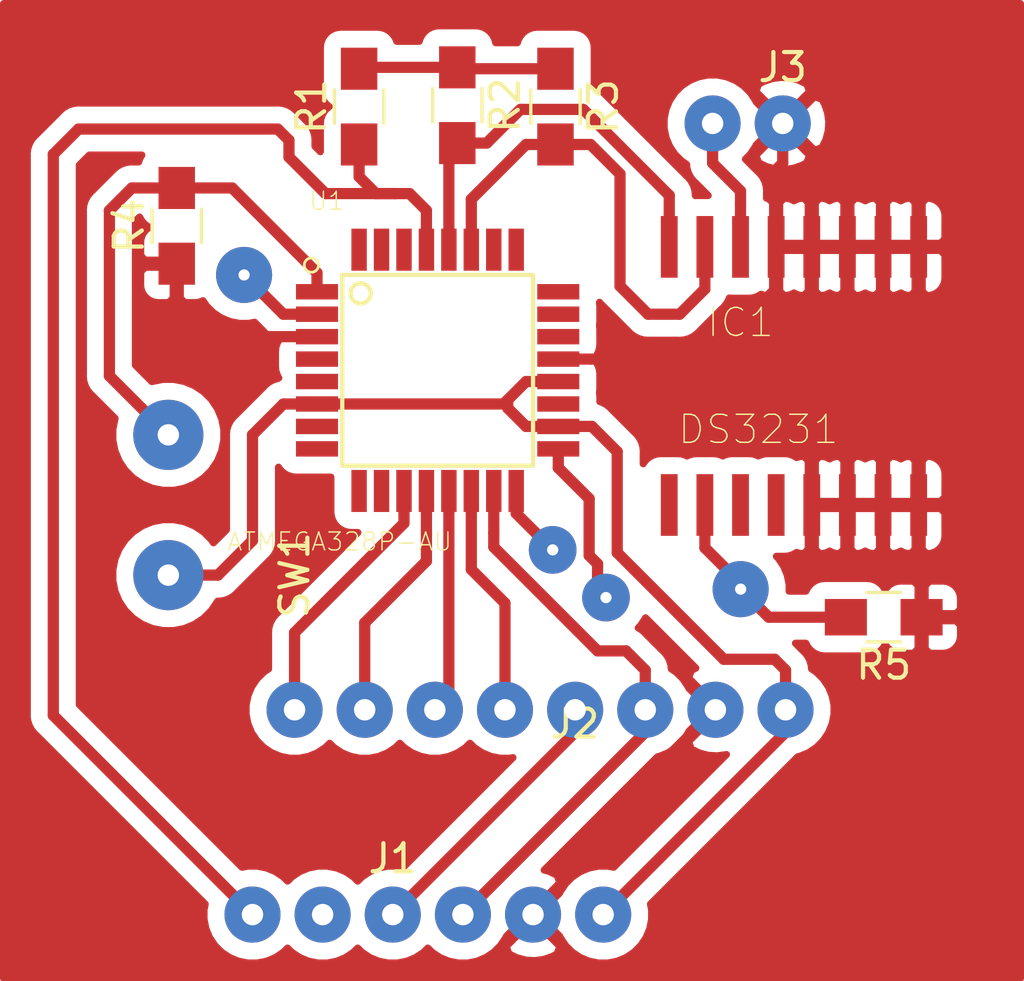
<source format=kicad_pcb>
(kicad_pcb (version 20171130) (host pcbnew 5.1.2-f72e74a~84~ubuntu18.04.1)

  (general
    (thickness 1.6)
    (drawings 0)
    (tracks 123)
    (zones 0)
    (modules 11)
    (nets 32)
  )

  (page A4)
  (layers
    (0 F.Cu signal)
    (31 B.Cu signal)
    (32 B.Adhes user)
    (33 F.Adhes user)
    (34 B.Paste user)
    (35 F.Paste user)
    (36 B.SilkS user)
    (37 F.SilkS user)
    (38 B.Mask user)
    (39 F.Mask user)
    (40 Dwgs.User user)
    (41 Cmts.User user)
    (42 Eco1.User user)
    (43 Eco2.User user)
    (44 Edge.Cuts user)
    (45 Margin user)
    (46 B.CrtYd user)
    (47 F.CrtYd user)
    (48 B.Fab user)
    (49 F.Fab user)
  )

  (setup
    (last_trace_width 0.4)
    (trace_clearance 0.3)
    (zone_clearance 0.6)
    (zone_45_only no)
    (trace_min 0.2)
    (via_size 0.8)
    (via_drill 0.4)
    (via_min_size 0.4)
    (via_min_drill 0.3)
    (uvia_size 0.3)
    (uvia_drill 0.1)
    (uvias_allowed no)
    (uvia_min_size 0.2)
    (uvia_min_drill 0.1)
    (edge_width 0.05)
    (segment_width 0.2)
    (pcb_text_width 0.3)
    (pcb_text_size 1.5 1.5)
    (mod_edge_width 0.12)
    (mod_text_size 1 1)
    (mod_text_width 0.15)
    (pad_size 1.5 1.5)
    (pad_drill 0.762)
    (pad_to_mask_clearance 0.051)
    (solder_mask_min_width 0.25)
    (aux_axis_origin 0 0)
    (visible_elements FFFFFF7F)
    (pcbplotparams
      (layerselection 0x00008_7ffffffe)
      (usegerberextensions false)
      (usegerberattributes false)
      (usegerberadvancedattributes false)
      (creategerberjobfile false)
      (excludeedgelayer true)
      (linewidth 0.100000)
      (plotframeref false)
      (viasonmask false)
      (mode 1)
      (useauxorigin false)
      (hpglpennumber 1)
      (hpglpenspeed 20)
      (hpglpendiameter 15.000000)
      (psnegative false)
      (psa4output false)
      (plotreference true)
      (plotvalue true)
      (plotinvisibletext false)
      (padsonsilk false)
      (subtractmaskfromsilk false)
      (outputformat 5)
      (mirror true)
      (drillshape 0)
      (scaleselection 1)
      (outputdirectory ""))
  )

  (net 0 "")
  (net 1 rtcVcc)
  (net 2 gnd)
  (net 3 "Net-(IC1-Pad1)")
  (net 4 "Net-(IC1-Pad3)")
  (net 5 "Net-(IC1-Pad4)")
  (net 6 "Net-(IC1-Pad14)")
  (net 7 sda)
  (net 8 scl)
  (net 9 d13)
  (net 10 d12)
  (net 11 d11)
  (net 12 d10)
  (net 13 vcc)
  (net 14 busy)
  (net 15 reset)
  (net 16 d.c)
  (net 17 cs)
  (net 18 "Net-(R4-Pad2)")
  (net 19 "Net-(U1-Pad7)")
  (net 20 "Net-(U1-Pad8)")
  (net 21 "Net-(U1-Pad9)")
  (net 22 "Net-(U1-Pad10)")
  (net 23 "Net-(U1-Pad19)")
  (net 24 "Net-(U1-Pad22)")
  (net 25 "Net-(U1-Pad23)")
  (net 26 "Net-(U1-Pad24)")
  (net 27 "Net-(U1-Pad25)")
  (net 28 "Net-(U1-Pad26)")
  (net 29 "Net-(U1-Pad30)")
  (net 30 "Net-(U1-Pad31)")
  (net 31 "Net-(U1-Pad32)")

  (net_class Default "This is the default net class."
    (clearance 0.3)
    (trace_width 0.4)
    (via_dia 0.8)
    (via_drill 0.4)
    (uvia_dia 0.3)
    (uvia_drill 0.1)
    (add_net "Net-(IC1-Pad1)")
    (add_net "Net-(IC1-Pad14)")
    (add_net "Net-(IC1-Pad3)")
    (add_net "Net-(IC1-Pad4)")
    (add_net "Net-(R4-Pad2)")
    (add_net "Net-(U1-Pad10)")
    (add_net "Net-(U1-Pad19)")
    (add_net "Net-(U1-Pad22)")
    (add_net "Net-(U1-Pad23)")
    (add_net "Net-(U1-Pad24)")
    (add_net "Net-(U1-Pad25)")
    (add_net "Net-(U1-Pad26)")
    (add_net "Net-(U1-Pad30)")
    (add_net "Net-(U1-Pad31)")
    (add_net "Net-(U1-Pad32)")
    (add_net "Net-(U1-Pad7)")
    (add_net "Net-(U1-Pad8)")
    (add_net "Net-(U1-Pad9)")
    (add_net busy)
    (add_net cs)
    (add_net d.c)
    (add_net d10)
    (add_net d11)
    (add_net d12)
    (add_net d13)
    (add_net gnd)
    (add_net reset)
    (add_net rtcVcc)
    (add_net scl)
    (add_net sda)
    (add_net vcc)
  )

  (module Resistors_SMD:R_0805_HandSoldering (layer F.Cu) (tedit 58E0A804) (tstamp 5D0B3B95)
    (at 131.5 83 180)
    (descr "Resistor SMD 0805, hand soldering")
    (tags "resistor 0805")
    (path /5D0B45DC)
    (attr smd)
    (fp_text reference R5 (at 0 -1.7) (layer F.SilkS)
      (effects (font (size 1 1) (thickness 0.15)))
    )
    (fp_text value R (at 0 1.75) (layer F.Fab)
      (effects (font (size 1 1) (thickness 0.15)))
    )
    (fp_text user %R (at 0 0) (layer F.Fab)
      (effects (font (size 0.5 0.5) (thickness 0.075)))
    )
    (fp_line (start -1 0.62) (end -1 -0.62) (layer F.Fab) (width 0.1))
    (fp_line (start 1 0.62) (end -1 0.62) (layer F.Fab) (width 0.1))
    (fp_line (start 1 -0.62) (end 1 0.62) (layer F.Fab) (width 0.1))
    (fp_line (start -1 -0.62) (end 1 -0.62) (layer F.Fab) (width 0.1))
    (fp_line (start 0.6 0.88) (end -0.6 0.88) (layer F.SilkS) (width 0.12))
    (fp_line (start -0.6 -0.88) (end 0.6 -0.88) (layer F.SilkS) (width 0.12))
    (fp_line (start -2.35 -0.9) (end 2.35 -0.9) (layer F.CrtYd) (width 0.05))
    (fp_line (start -2.35 -0.9) (end -2.35 0.9) (layer F.CrtYd) (width 0.05))
    (fp_line (start 2.35 0.9) (end 2.35 -0.9) (layer F.CrtYd) (width 0.05))
    (fp_line (start 2.35 0.9) (end -2.35 0.9) (layer F.CrtYd) (width 0.05))
    (pad 1 smd rect (at -1.35 0 180) (size 1.5 1.3) (layers F.Cu F.Paste F.Mask)
      (net 2 gnd))
    (pad 2 smd rect (at 1.35 0 180) (size 1.5 1.3) (layers F.Cu F.Paste F.Mask)
      (net 1 rtcVcc))
    (model ${KISYS3DMOD}/Resistors_SMD.3dshapes/R_0805.wrl
      (at (xyz 0 0 0))
      (scale (xyz 1 1 1))
      (rotate (xyz 0 0 0))
    )
  )

  (module DS3231:SO16W (layer F.Cu) (tedit 0) (tstamp 5D0A0F28)
    (at 128.3 74.4)
    (descr "<b>SMALL OUTLINE INTEGRATED CIRCUIT</b><p>wide body 7.5 mm/JEDEC MS-013AA")
    (path /5D0B67C6)
    (attr smd)
    (fp_text reference IC1 (at -1.90554 -1.90554) (layer F.SilkS)
      (effects (font (size 1.00028 1.00028) (thickness 0.05)))
    )
    (fp_text value DS3231 (at -1.2704 1.90562) (layer F.SilkS)
      (effects (font (size 1.00033 1.00033) (thickness 0.05)))
    )
    (fp_line (start -5.395 -5.9) (end 5.395 -5.9) (layer Eco1.User) (width 0.1998))
    (fp_line (start 5.395 5.9) (end -5.395 5.9) (layer Eco1.User) (width 0.1998))
    (fp_line (start -5.395 5.9) (end -5.395 -5.9) (layer Eco1.User) (width 0.1998))
    (fp_line (start 5.19 3.7) (end -5.19 3.7) (layer Eco2.User) (width 0.2032))
    (fp_line (start -5.19 3.7) (end -5.19 3.2) (layer Eco2.User) (width 0.2032))
    (fp_line (start -5.19 3.2) (end -5.19 -3.7) (layer Eco2.User) (width 0.2032))
    (fp_line (start -5.19 -3.7) (end 5.19 -3.7) (layer Eco2.User) (width 0.2032))
    (fp_line (start 5.19 3.2) (end -5.19 3.2) (layer Eco2.User) (width 0.2032))
    (fp_line (start 5.19 -3.7) (end 5.19 3.2) (layer Eco2.User) (width 0.2032))
    (fp_line (start 5.19 3.2) (end 5.19 3.7) (layer Eco2.User) (width 0.2032))
    (fp_line (start 5.395 -5.9) (end 5.395 5.9) (layer Eco1.User) (width 0.1998))
    (fp_poly (pts (xy -4.69792 3.8001) (xy -4.1999 3.8001) (xy -4.1999 5.32887) (xy -4.69792 5.32887)) (layer Eco2.User) (width 0))
    (fp_poly (pts (xy -3.4211 3.8001) (xy -2.9299 3.8001) (xy -2.9299 5.32155) (xy -3.4211 5.32155)) (layer Eco2.User) (width 0))
    (fp_poly (pts (xy -2.15252 3.8001) (xy -1.6599 3.8001) (xy -1.6599 5.32599) (xy -2.15252 5.32599)) (layer Eco2.User) (width 0))
    (fp_poly (pts (xy -0.881631 3.8001) (xy -0.3899 3.8001) (xy -0.3899 5.32926) (xy -0.881631 5.32926)) (layer Eco2.User) (width 0))
    (fp_poly (pts (xy 0.389942 3.8001) (xy 0.8801 3.8001) (xy 0.8801 5.32057) (xy 0.389942 5.32057)) (layer Eco2.User) (width 0))
    (fp_poly (pts (xy 1.66201 3.8001) (xy 2.1501 3.8001) (xy 2.1501 5.32675) (xy 1.66201 5.32675)) (layer Eco2.User) (width 0))
    (fp_poly (pts (xy 2.93164 3.8001) (xy 3.4201 3.8001) (xy 3.4201 5.32316) (xy 2.93164 5.32316)) (layer Eco2.User) (width 0))
    (fp_poly (pts (xy 4.20405 3.8001) (xy 4.6901 3.8001) (xy 4.6901 5.32525) (xy 4.20405 5.32525)) (layer Eco2.User) (width 0))
    (fp_poly (pts (xy 4.20377 -5.32) (xy 4.6901 -5.32) (xy 4.6901 -3.8036) (xy 4.20377 -3.8036)) (layer Eco2.User) (width 0))
    (fp_poly (pts (xy 2.93419 -5.32) (xy 3.4201 -5.32) (xy 3.4201 -3.80566) (xy 2.93419 -3.80566)) (layer Eco2.User) (width 0))
    (fp_poly (pts (xy 1.66018 -5.32) (xy 2.1501 -5.32) (xy 2.1501 -3.80074) (xy 1.66018 -3.80074)) (layer Eco2.User) (width 0))
    (fp_poly (pts (xy 0.39062 -5.32) (xy 0.8801 -5.32) (xy 0.8801 -3.80712) (xy 0.39062 -3.80712)) (layer Eco2.User) (width 0))
    (fp_poly (pts (xy -0.881736 -5.32) (xy -0.3899 -5.32) (xy -0.3899 -3.80717) (xy -0.881736 -3.80717)) (layer Eco2.User) (width 0))
    (fp_poly (pts (xy -2.15037 -5.32) (xy -1.6599 -5.32) (xy -1.6599 -3.80058) (xy -2.15037 -3.80058)) (layer Eco2.User) (width 0))
    (fp_poly (pts (xy -3.42336 -5.32) (xy -2.9299 -5.32) (xy -2.9299 -3.80372) (xy -3.42336 -3.80372)) (layer Eco2.User) (width 0))
    (fp_poly (pts (xy -4.69487 -5.32) (xy -4.1999 -5.32) (xy -4.1999 -3.80397) (xy -4.69487 -3.80397)) (layer Eco2.User) (width 0))
    (pad 2 smd rect (at -3.175 4.6) (size 0.6 2.2) (layers F.Cu F.Paste F.Mask)
      (net 1 rtcVcc))
    (pad 13 smd rect (at -0.635 -4.6) (size 0.6 2.2) (layers F.Cu F.Paste F.Mask)
      (net 2 gnd))
    (pad 1 smd rect (at -4.445 4.6) (size 0.6 2.2) (layers F.Cu F.Paste F.Mask)
      (net 3 "Net-(IC1-Pad1)"))
    (pad 3 smd rect (at -1.905 4.6) (size 0.6 2.2) (layers F.Cu F.Paste F.Mask)
      (net 4 "Net-(IC1-Pad3)"))
    (pad 4 smd rect (at -0.635 4.6) (size 0.6 2.2) (layers F.Cu F.Paste F.Mask)
      (net 5 "Net-(IC1-Pad4)"))
    (pad 14 smd rect (at -1.905 -4.6) (size 0.6 2.2) (layers F.Cu F.Paste F.Mask)
      (net 6 "Net-(IC1-Pad14)"))
    (pad 12 smd rect (at 0.635 -4.6) (size 0.6 2.2) (layers F.Cu F.Paste F.Mask)
      (net 2 gnd))
    (pad 11 smd rect (at 1.905 -4.6) (size 0.6 2.2) (layers F.Cu F.Paste F.Mask)
      (net 2 gnd))
    (pad 6 smd rect (at 1.905 4.6) (size 0.6 2.2) (layers F.Cu F.Paste F.Mask)
      (net 2 gnd))
    (pad 9 smd rect (at 4.445 -4.6) (size 0.6 2.2) (layers F.Cu F.Paste F.Mask)
      (net 2 gnd))
    (pad 5 smd rect (at 0.635 4.6) (size 0.6 2.2) (layers F.Cu F.Paste F.Mask)
      (net 2 gnd))
    (pad 7 smd rect (at 3.175 4.6) (size 0.6 2.2) (layers F.Cu F.Paste F.Mask)
      (net 2 gnd))
    (pad 10 smd rect (at 3.175 -4.6) (size 0.6 2.2) (layers F.Cu F.Paste F.Mask)
      (net 2 gnd))
    (pad 8 smd rect (at 4.445 4.6) (size 0.6 2.2) (layers F.Cu F.Paste F.Mask)
      (net 2 gnd))
    (pad 15 smd rect (at -3.175 -4.6) (size 0.6 2.2) (layers F.Cu F.Paste F.Mask)
      (net 7 sda))
    (pad 16 smd rect (at -4.445 -4.6) (size 0.6 2.2) (layers F.Cu F.Paste F.Mask)
      (net 8 scl))
  )

  (module millk:conn6 (layer F.Cu) (tedit 5CB1B36A) (tstamp 5D0A0F32)
    (at 114 91.1)
    (path /5D0B0103)
    (fp_text reference J1 (at 0 0.5) (layer F.SilkS)
      (effects (font (size 1 1) (thickness 0.15)))
    )
    (fp_text value Conn_01x06_Female (at 0 -0.5) (layer F.Fab)
      (effects (font (size 1 1) (thickness 0.15)))
    )
    (pad 1 thru_hole circle (at -5 2.5) (size 2 2) (drill 0.762) (layers *.Cu *.Mask)
      (net 12 d10))
    (pad 2 thru_hole circle (at -2.5 2.5) (size 2 2) (drill 0.762) (layers *.Cu *.Mask)
      (net 10 d12))
    (pad 3 thru_hole circle (at 0 2.5) (size 2 2) (drill 0.762) (layers *.Cu *.Mask)
      (net 9 d13))
    (pad 4 thru_hole circle (at 2.5 2.5) (size 2 2) (drill 0.762) (layers *.Cu *.Mask)
      (net 11 d11))
    (pad 5 thru_hole circle (at 5 2.5) (size 2 2) (drill 0.762) (layers *.Cu *.Mask)
      (net 2 gnd))
    (pad 6 thru_hole circle (at 7.5 2.5) (size 2 2) (drill 0.762) (layers *.Cu *.Mask)
      (net 13 vcc))
  )

  (module millk:conn8 (layer F.Cu) (tedit 5CCA7A49) (tstamp 5D0A0F3E)
    (at 120.5 86.3)
    (path /5D0C8B70)
    (fp_text reference J2 (at 0 0.5) (layer F.SilkS)
      (effects (font (size 1 1) (thickness 0.15)))
    )
    (fp_text value Conn_01x08_Female (at 0 -0.5) (layer F.Fab)
      (effects (font (size 1 1) (thickness 0.15)))
    )
    (pad 1 thru_hole circle (at -10 0) (size 2 2) (drill 0.762) (layers *.Cu *.Mask)
      (net 14 busy))
    (pad 2 thru_hole circle (at -7.5 0) (size 2 2) (drill 0.762) (layers *.Cu *.Mask)
      (net 15 reset))
    (pad 3 thru_hole circle (at -5 0) (size 2 2) (drill 0.762) (layers *.Cu *.Mask)
      (net 16 d.c))
    (pad 4 thru_hole circle (at -2.5 0) (size 2 2) (drill 0.762) (layers *.Cu *.Mask)
      (net 17 cs))
    (pad 5 thru_hole circle (at 0 0) (size 2 2) (drill 0.762) (layers *.Cu *.Mask)
      (net 9 d13))
    (pad 6 thru_hole circle (at 2.5 0) (size 2 2) (drill 0.762) (layers *.Cu *.Mask)
      (net 11 d11))
    (pad 7 thru_hole circle (at 5 0) (size 2 2) (drill 0.762) (layers *.Cu *.Mask)
      (net 2 gnd))
    (pad 8 thru_hole circle (at 7.5 0) (size 2 2) (drill 0.762) (layers *.Cu *.Mask)
      (net 13 vcc))
  )

  (module millk:Conn2 (layer F.Cu) (tedit 5CB1B342) (tstamp 5D0A0F44)
    (at 127.9 62.9)
    (path /5D0C031C)
    (fp_text reference J3 (at 0 0.5) (layer F.SilkS)
      (effects (font (size 1 1) (thickness 0.15)))
    )
    (fp_text value Conn_01x02_Female (at 0 -0.5) (layer F.Fab)
      (effects (font (size 1 1) (thickness 0.15)))
    )
    (pad 1 thru_hole circle (at -2.5 2.5) (size 2 2) (drill 0.762) (layers *.Cu *.Mask)
      (net 6 "Net-(IC1-Pad14)"))
    (pad 2 thru_hole circle (at 0 2.5) (size 2 2) (drill 0.762) (layers *.Cu *.Mask)
      (net 2 gnd))
  )

  (module Resistors_SMD:R_0805_HandSoldering (layer F.Cu) (tedit 58E0A804) (tstamp 5D0A0F55)
    (at 112.8 64.8 90)
    (descr "Resistor SMD 0805, hand soldering")
    (tags "resistor 0805")
    (path /5D0B1F7E)
    (attr smd)
    (fp_text reference R1 (at 0 -1.7 90) (layer F.SilkS)
      (effects (font (size 1 1) (thickness 0.15)))
    )
    (fp_text value R (at 0 1.75 90) (layer F.Fab)
      (effects (font (size 1 1) (thickness 0.15)))
    )
    (fp_line (start 2.35 0.9) (end -2.35 0.9) (layer F.CrtYd) (width 0.05))
    (fp_line (start 2.35 0.9) (end 2.35 -0.9) (layer F.CrtYd) (width 0.05))
    (fp_line (start -2.35 -0.9) (end -2.35 0.9) (layer F.CrtYd) (width 0.05))
    (fp_line (start -2.35 -0.9) (end 2.35 -0.9) (layer F.CrtYd) (width 0.05))
    (fp_line (start -0.6 -0.88) (end 0.6 -0.88) (layer F.SilkS) (width 0.12))
    (fp_line (start 0.6 0.88) (end -0.6 0.88) (layer F.SilkS) (width 0.12))
    (fp_line (start -1 -0.62) (end 1 -0.62) (layer F.Fab) (width 0.1))
    (fp_line (start 1 -0.62) (end 1 0.62) (layer F.Fab) (width 0.1))
    (fp_line (start 1 0.62) (end -1 0.62) (layer F.Fab) (width 0.1))
    (fp_line (start -1 0.62) (end -1 -0.62) (layer F.Fab) (width 0.1))
    (fp_text user %R (at 0 0 90) (layer F.Fab)
      (effects (font (size 0.5 0.5) (thickness 0.075)))
    )
    (pad 2 smd rect (at 1.35 0 90) (size 1.5 1.3) (layers F.Cu F.Paste F.Mask)
      (net 13 vcc))
    (pad 1 smd rect (at -1.35 0 90) (size 1.5 1.3) (layers F.Cu F.Paste F.Mask)
      (net 12 d10))
    (model ${KISYS3DMOD}/Resistors_SMD.3dshapes/R_0805.wrl
      (at (xyz 0 0 0))
      (scale (xyz 1 1 1))
      (rotate (xyz 0 0 0))
    )
  )

  (module Resistors_SMD:R_0805_HandSoldering (layer F.Cu) (tedit 58E0A804) (tstamp 5D0A0F66)
    (at 116.3 64.75 270)
    (descr "Resistor SMD 0805, hand soldering")
    (tags "resistor 0805")
    (path /5D0C4E5A)
    (attr smd)
    (fp_text reference R2 (at 0 -1.7 90) (layer F.SilkS)
      (effects (font (size 1 1) (thickness 0.15)))
    )
    (fp_text value R (at 0 1.75 90) (layer F.Fab)
      (effects (font (size 1 1) (thickness 0.15)))
    )
    (fp_line (start 2.35 0.9) (end -2.35 0.9) (layer F.CrtYd) (width 0.05))
    (fp_line (start 2.35 0.9) (end 2.35 -0.9) (layer F.CrtYd) (width 0.05))
    (fp_line (start -2.35 -0.9) (end -2.35 0.9) (layer F.CrtYd) (width 0.05))
    (fp_line (start -2.35 -0.9) (end 2.35 -0.9) (layer F.CrtYd) (width 0.05))
    (fp_line (start -0.6 -0.88) (end 0.6 -0.88) (layer F.SilkS) (width 0.12))
    (fp_line (start 0.6 0.88) (end -0.6 0.88) (layer F.SilkS) (width 0.12))
    (fp_line (start -1 -0.62) (end 1 -0.62) (layer F.Fab) (width 0.1))
    (fp_line (start 1 -0.62) (end 1 0.62) (layer F.Fab) (width 0.1))
    (fp_line (start 1 0.62) (end -1 0.62) (layer F.Fab) (width 0.1))
    (fp_line (start -1 0.62) (end -1 -0.62) (layer F.Fab) (width 0.1))
    (fp_text user %R (at 0 0 90) (layer F.Fab)
      (effects (font (size 0.5 0.5) (thickness 0.075)))
    )
    (pad 2 smd rect (at 1.35 0 270) (size 1.5 1.3) (layers F.Cu F.Paste F.Mask)
      (net 8 scl))
    (pad 1 smd rect (at -1.35 0 270) (size 1.5 1.3) (layers F.Cu F.Paste F.Mask)
      (net 13 vcc))
    (model ${KISYS3DMOD}/Resistors_SMD.3dshapes/R_0805.wrl
      (at (xyz 0 0 0))
      (scale (xyz 1 1 1))
      (rotate (xyz 0 0 0))
    )
  )

  (module Resistors_SMD:R_0805_HandSoldering (layer F.Cu) (tedit 58E0A804) (tstamp 5D0A0F77)
    (at 119.8 64.8 270)
    (descr "Resistor SMD 0805, hand soldering")
    (tags "resistor 0805")
    (path /5D0C6C43)
    (attr smd)
    (fp_text reference R3 (at 0 -1.7 90) (layer F.SilkS)
      (effects (font (size 1 1) (thickness 0.15)))
    )
    (fp_text value R (at 0 1.75 90) (layer F.Fab)
      (effects (font (size 1 1) (thickness 0.15)))
    )
    (fp_text user %R (at 0 0 90) (layer F.Fab)
      (effects (font (size 0.5 0.5) (thickness 0.075)))
    )
    (fp_line (start -1 0.62) (end -1 -0.62) (layer F.Fab) (width 0.1))
    (fp_line (start 1 0.62) (end -1 0.62) (layer F.Fab) (width 0.1))
    (fp_line (start 1 -0.62) (end 1 0.62) (layer F.Fab) (width 0.1))
    (fp_line (start -1 -0.62) (end 1 -0.62) (layer F.Fab) (width 0.1))
    (fp_line (start 0.6 0.88) (end -0.6 0.88) (layer F.SilkS) (width 0.12))
    (fp_line (start -0.6 -0.88) (end 0.6 -0.88) (layer F.SilkS) (width 0.12))
    (fp_line (start -2.35 -0.9) (end 2.35 -0.9) (layer F.CrtYd) (width 0.05))
    (fp_line (start -2.35 -0.9) (end -2.35 0.9) (layer F.CrtYd) (width 0.05))
    (fp_line (start 2.35 0.9) (end 2.35 -0.9) (layer F.CrtYd) (width 0.05))
    (fp_line (start 2.35 0.9) (end -2.35 0.9) (layer F.CrtYd) (width 0.05))
    (pad 1 smd rect (at -1.35 0 270) (size 1.5 1.3) (layers F.Cu F.Paste F.Mask)
      (net 13 vcc))
    (pad 2 smd rect (at 1.35 0 270) (size 1.5 1.3) (layers F.Cu F.Paste F.Mask)
      (net 7 sda))
    (model ${KISYS3DMOD}/Resistors_SMD.3dshapes/R_0805.wrl
      (at (xyz 0 0 0))
      (scale (xyz 1 1 1))
      (rotate (xyz 0 0 0))
    )
  )

  (module Resistors_SMD:R_0805_HandSoldering (layer F.Cu) (tedit 58E0A804) (tstamp 5D0A0F88)
    (at 106.3 69.05 90)
    (descr "Resistor SMD 0805, hand soldering")
    (tags "resistor 0805")
    (path /5D0B3EB3)
    (attr smd)
    (fp_text reference R4 (at 0 -1.7 90) (layer F.SilkS)
      (effects (font (size 1 1) (thickness 0.15)))
    )
    (fp_text value R (at 0 1.75 90) (layer F.Fab)
      (effects (font (size 1 1) (thickness 0.15)))
    )
    (fp_text user %R (at 0 0 90) (layer F.Fab)
      (effects (font (size 0.5 0.5) (thickness 0.075)))
    )
    (fp_line (start -1 0.62) (end -1 -0.62) (layer F.Fab) (width 0.1))
    (fp_line (start 1 0.62) (end -1 0.62) (layer F.Fab) (width 0.1))
    (fp_line (start 1 -0.62) (end 1 0.62) (layer F.Fab) (width 0.1))
    (fp_line (start -1 -0.62) (end 1 -0.62) (layer F.Fab) (width 0.1))
    (fp_line (start 0.6 0.88) (end -0.6 0.88) (layer F.SilkS) (width 0.12))
    (fp_line (start -0.6 -0.88) (end 0.6 -0.88) (layer F.SilkS) (width 0.12))
    (fp_line (start -2.35 -0.9) (end 2.35 -0.9) (layer F.CrtYd) (width 0.05))
    (fp_line (start -2.35 -0.9) (end -2.35 0.9) (layer F.CrtYd) (width 0.05))
    (fp_line (start 2.35 0.9) (end 2.35 -0.9) (layer F.CrtYd) (width 0.05))
    (fp_line (start 2.35 0.9) (end -2.35 0.9) (layer F.CrtYd) (width 0.05))
    (pad 1 smd rect (at -1.35 0 90) (size 1.5 1.3) (layers F.Cu F.Paste F.Mask)
      (net 2 gnd))
    (pad 2 smd rect (at 1.35 0 90) (size 1.5 1.3) (layers F.Cu F.Paste F.Mask)
      (net 18 "Net-(R4-Pad2)"))
    (model ${KISYS3DMOD}/Resistors_SMD.3dshapes/R_0805.wrl
      (at (xyz 0 0 0))
      (scale (xyz 1 1 1))
      (rotate (xyz 0 0 0))
    )
  )

  (module millk:pushbutton_2pin (layer F.Cu) (tedit 5CCA8BA0) (tstamp 5D0A0F8E)
    (at 111 81.5 270)
    (path /5D0B32AA)
    (fp_text reference SW1 (at 0 0.5 90) (layer F.SilkS)
      (effects (font (size 1 1) (thickness 0.15)))
    )
    (fp_text value SW_Push (at 0 -0.5 90) (layer F.Fab)
      (effects (font (size 1 1) (thickness 0.15)))
    )
    (pad 1 thru_hole circle (at -5 5 270) (size 2.5 2.5) (drill 0.762) (layers *.Cu *.Mask)
      (net 18 "Net-(R4-Pad2)"))
    (pad 2 thru_hole circle (at 0 5 270) (size 2.5 2.5) (drill 0.762) (layers *.Cu *.Mask)
      (net 13 vcc))
  )

  (module ATMEGA328P-AU:QFP80P900X900X120-32N (layer F.Cu) (tedit 0) (tstamp 5D0A0FDC)
    (at 115.6 74.2)
    (path /5CE4FCE5)
    (attr smd)
    (fp_text reference U1 (at -3.95063 -6.03807) (layer F.SilkS)
      (effects (font (size 0.641239 0.641239) (thickness 0.05)))
    )
    (fp_text value ATMEGA328P-AU (at -3.49304 6.10787) (layer F.SilkS)
      (effects (font (size 0.640449 0.640449) (thickness 0.05)))
    )
    (fp_line (start 3.4 -3.4) (end 3.4 3.4) (layer F.SilkS) (width 0.1524))
    (fp_line (start 3.4 3.4) (end -3.4 3.4) (layer F.SilkS) (width 0.1524))
    (fp_line (start -3.4 3.4) (end -3.4 -3.4) (layer F.SilkS) (width 0.1524))
    (fp_line (start -3.4 -3.4) (end 3.4 -3.4) (layer F.SilkS) (width 0.1524))
    (fp_circle (center -2.7432 -2.7432) (end -2.384 -2.7432) (layer F.SilkS) (width 0.1524))
    (fp_poly (pts (xy -4.49693 -3.0286) (xy -3.506 -3.0286) (xy -3.506 -2.57159) (xy -4.49693 -2.57159)) (layer Eco2.User) (width 0))
    (fp_poly (pts (xy -4.50498 -2.2286) (xy -3.506 -2.2286) (xy -3.506 -1.7747) (xy -4.50498 -1.7747)) (layer Eco2.User) (width 0))
    (fp_poly (pts (xy -4.50009 -1.4286) (xy -3.506 -1.4286) (xy -3.506 -0.972155) (xy -4.50009 -0.972155)) (layer Eco2.User) (width 0))
    (fp_poly (pts (xy -4.50037 -0.6286) (xy -3.506 -0.6286) (xy -3.506 -0.171544) (xy -4.50037 -0.171544)) (layer Eco2.User) (width 0))
    (fp_poly (pts (xy -4.50257 0.1714) (xy -3.506 0.1714) (xy -3.506 0.629434) (xy -4.50257 0.629434)) (layer Eco2.User) (width 0))
    (fp_poly (pts (xy -4.50187 0.9714) (xy -3.506 0.9714) (xy -3.506 1.43028) (xy -4.50187 1.43028)) (layer Eco2.User) (width 0))
    (fp_poly (pts (xy -4.50138 1.7714) (xy -3.506 1.7714) (xy -3.506 2.23097) (xy -4.50138 2.23097)) (layer Eco2.User) (width 0))
    (fp_poly (pts (xy -4.50128 2.5714) (xy -3.506 2.5714) (xy -3.506 3.03175) (xy -4.50128 3.03175)) (layer Eco2.User) (width 0))
    (fp_poly (pts (xy -3.03458 3.506) (xy -2.5714 3.506) (xy -2.5714 4.50548) (xy -3.03458 4.50548)) (layer Eco2.User) (width 0))
    (fp_poly (pts (xy -2.23046 3.506) (xy -1.7714 3.506) (xy -1.7714 4.50035) (xy -2.23046 4.50035)) (layer Eco2.User) (width 0))
    (fp_poly (pts (xy -1.43093 3.506) (xy -0.9714 3.506) (xy -0.9714 4.50394) (xy -1.43093 4.50394)) (layer Eco2.User) (width 0))
    (fp_poly (pts (xy -0.628773 3.506) (xy -0.1714 3.506) (xy -0.1714 4.49784) (xy -0.628773 4.49784)) (layer Eco2.User) (width 0))
    (fp_poly (pts (xy 0.1716 3.506) (xy 0.6286 3.506) (xy 0.6286 4.50184) (xy 0.1716 4.50184)) (layer Eco2.User) (width 0))
    (fp_poly (pts (xy 0.971784 3.506) (xy 1.4286 3.506) (xy 1.4286 4.49838) (xy 0.971784 4.49838)) (layer Eco2.User) (width 0))
    (fp_poly (pts (xy 1.77432 3.506) (xy 2.2286 3.506) (xy 2.2286 4.50401) (xy 1.77432 4.50401)) (layer Eco2.User) (width 0))
    (fp_poly (pts (xy 2.57515 3.506) (xy 3.0286 3.506) (xy 3.0286 4.50315) (xy 2.57515 4.50315)) (layer Eco2.User) (width 0))
    (fp_poly (pts (xy 3.50671 2.5714) (xy 4.4966 2.5714) (xy 4.4966 3.02921) (xy 3.50671 3.02921)) (layer Eco2.User) (width 0))
    (fp_poly (pts (xy 3.51287 1.7714) (xy 4.4966 1.7714) (xy 4.4966 2.23297) (xy 3.51287 2.23297)) (layer Eco2.User) (width 0))
    (fp_poly (pts (xy 3.51128 0.9714) (xy 4.4966 0.9714) (xy 4.4966 1.43075) (xy 3.51128 1.43075)) (layer Eco2.User) (width 0))
    (fp_poly (pts (xy 3.50926 0.1714) (xy 4.4966 0.1714) (xy 4.4966 0.629184) (xy 3.50926 0.629184)) (layer Eco2.User) (width 0))
    (fp_poly (pts (xy 3.50885 -0.6286) (xy 4.4966 -0.6286) (xy 4.4966 -0.171539) (xy 3.50885 -0.171539)) (layer Eco2.User) (width 0))
    (fp_poly (pts (xy 3.51123 -1.4286) (xy 4.4966 -1.4286) (xy 4.4966 -0.972848) (xy 3.51123 -0.972848)) (layer Eco2.User) (width 0))
    (fp_poly (pts (xy 3.51065 -2.2286) (xy 4.4966 -2.2286) (xy 4.4966 -1.77375) (xy 3.51065 -1.77375)) (layer Eco2.User) (width 0))
    (fp_poly (pts (xy 3.51144 -3.0286) (xy 4.4966 -3.0286) (xy 4.4966 -2.57539) (xy 3.51144 -2.57539)) (layer Eco2.User) (width 0))
    (fp_poly (pts (xy 2.57642 -4.4966) (xy 3.0286 -4.4966) (xy 3.0286 -3.51285) (xy 2.57642 -3.51285)) (layer Eco2.User) (width 0))
    (fp_poly (pts (xy 1.77408 -4.4966) (xy 2.2286 -4.4966) (xy 2.2286 -3.51131) (xy 1.77408 -3.51131)) (layer Eco2.User) (width 0))
    (fp_poly (pts (xy 0.972197 -4.4966) (xy 1.4286 -4.4966) (xy 1.4286 -3.50888) (xy 0.972197 -3.50888)) (layer Eco2.User) (width 0))
    (fp_poly (pts (xy 0.171405 -4.4966) (xy 0.6286 -4.4966) (xy 0.6286 -3.50611) (xy 0.171405 -3.50611)) (layer Eco2.User) (width 0))
    (fp_poly (pts (xy -0.629818 -4.4966) (xy -0.1714 -4.4966) (xy -0.1714 -3.51279) (xy -0.629818 -3.51279)) (layer Eco2.User) (width 0))
    (fp_poly (pts (xy -1.42952 -4.4966) (xy -0.9714 -4.4966) (xy -0.9714 -3.50827) (xy -1.42952 -3.50827)) (layer Eco2.User) (width 0))
    (fp_poly (pts (xy -2.23255 -4.4966) (xy -1.7714 -4.4966) (xy -1.7714 -3.51222) (xy -2.23255 -3.51222)) (layer Eco2.User) (width 0))
    (fp_poly (pts (xy -3.0316 -4.4966) (xy -2.5714 -4.4966) (xy -2.5714 -3.50947) (xy -3.0316 -3.50947)) (layer Eco2.User) (width 0))
    (fp_line (start -5.5 5.5) (end 5.5 5.5) (layer Eco1.User) (width 0.05))
    (fp_line (start 5.5 5.5) (end 5.5 -5.5) (layer Eco1.User) (width 0.05))
    (fp_line (start 5.5 -5.5) (end -5.5 -5.5) (layer Eco1.User) (width 0.05))
    (fp_line (start -5.5 -5.5) (end -5.5 5.5) (layer Eco1.User) (width 0.05))
    (fp_circle (center -4.5 -3.75) (end -4.246 -3.75) (layer F.SilkS) (width 0.1))
    (pad 1 smd rect (at -4.3 -2.8) (size 1.5 0.55) (layers F.Cu F.Paste F.Mask)
      (net 18 "Net-(R4-Pad2)"))
    (pad 2 smd rect (at -4.3 -2) (size 1.5 0.55) (layers F.Cu F.Paste F.Mask)
      (net 1 rtcVcc))
    (pad 3 smd rect (at -4.3 -1.2) (size 1.5 0.55) (layers F.Cu F.Paste F.Mask)
      (net 2 gnd))
    (pad 4 smd rect (at -4.3 -0.4) (size 1.5 0.55) (layers F.Cu F.Paste F.Mask)
      (net 13 vcc))
    (pad 5 smd rect (at -4.3 0.4) (size 1.5 0.55) (layers F.Cu F.Paste F.Mask)
      (net 2 gnd))
    (pad 6 smd rect (at -4.3 1.2) (size 1.5 0.55) (layers F.Cu F.Paste F.Mask)
      (net 13 vcc))
    (pad 7 smd rect (at -4.3 2) (size 1.5 0.55) (layers F.Cu F.Paste F.Mask)
      (net 19 "Net-(U1-Pad7)"))
    (pad 8 smd rect (at -4.3 2.8) (size 1.5 0.55) (layers F.Cu F.Paste F.Mask)
      (net 20 "Net-(U1-Pad8)"))
    (pad 9 smd rect (at -2.8 4.3) (size 0.55 1.5) (layers F.Cu F.Paste F.Mask)
      (net 21 "Net-(U1-Pad9)"))
    (pad 10 smd rect (at -2 4.3) (size 0.55 1.5) (layers F.Cu F.Paste F.Mask)
      (net 22 "Net-(U1-Pad10)"))
    (pad 11 smd rect (at -1.2 4.3) (size 0.55 1.5) (layers F.Cu F.Paste F.Mask)
      (net 14 busy))
    (pad 12 smd rect (at -0.4 4.3) (size 0.55 1.5) (layers F.Cu F.Paste F.Mask)
      (net 15 reset))
    (pad 13 smd rect (at 0.4 4.3) (size 0.55 1.5) (layers F.Cu F.Paste F.Mask)
      (net 16 d.c))
    (pad 14 smd rect (at 1.2 4.3) (size 0.55 1.5) (layers F.Cu F.Paste F.Mask)
      (net 17 cs))
    (pad 15 smd rect (at 2 4.3) (size 0.55 1.5) (layers F.Cu F.Paste F.Mask)
      (net 11 d11))
    (pad 16 smd rect (at 2.8 4.3) (size 0.55 1.5) (layers F.Cu F.Paste F.Mask)
      (net 10 d12))
    (pad 17 smd rect (at 4.3 2.8) (size 1.5 0.55) (layers F.Cu F.Paste F.Mask)
      (net 9 d13))
    (pad 18 smd rect (at 4.3 2) (size 1.5 0.55) (layers F.Cu F.Paste F.Mask)
      (net 13 vcc))
    (pad 19 smd rect (at 4.3 1.2) (size 1.5 0.55) (layers F.Cu F.Paste F.Mask)
      (net 23 "Net-(U1-Pad19)"))
    (pad 20 smd rect (at 4.3 0.4) (size 1.5 0.55) (layers F.Cu F.Paste F.Mask)
      (net 13 vcc))
    (pad 21 smd rect (at 4.3 -0.4) (size 1.5 0.55) (layers F.Cu F.Paste F.Mask)
      (net 2 gnd))
    (pad 22 smd rect (at 4.3 -1.2) (size 1.5 0.55) (layers F.Cu F.Paste F.Mask)
      (net 24 "Net-(U1-Pad22)"))
    (pad 23 smd rect (at 4.3 -2) (size 1.5 0.55) (layers F.Cu F.Paste F.Mask)
      (net 25 "Net-(U1-Pad23)"))
    (pad 24 smd rect (at 4.3 -2.8) (size 1.5 0.55) (layers F.Cu F.Paste F.Mask)
      (net 26 "Net-(U1-Pad24)"))
    (pad 25 smd rect (at 2.8 -4.3) (size 0.55 1.5) (layers F.Cu F.Paste F.Mask)
      (net 27 "Net-(U1-Pad25)"))
    (pad 26 smd rect (at 2 -4.3) (size 0.55 1.5) (layers F.Cu F.Paste F.Mask)
      (net 28 "Net-(U1-Pad26)"))
    (pad 27 smd rect (at 1.2 -4.3) (size 0.55 1.5) (layers F.Cu F.Paste F.Mask)
      (net 7 sda))
    (pad 28 smd rect (at 0.4 -4.3) (size 0.55 1.5) (layers F.Cu F.Paste F.Mask)
      (net 8 scl))
    (pad 29 smd rect (at -0.4 -4.3) (size 0.55 1.5) (layers F.Cu F.Paste F.Mask)
      (net 12 d10))
    (pad 30 smd rect (at -1.2 -4.3) (size 0.55 1.5) (layers F.Cu F.Paste F.Mask)
      (net 29 "Net-(U1-Pad30)"))
    (pad 31 smd rect (at -2 -4.3) (size 0.55 1.5) (layers F.Cu F.Paste F.Mask)
      (net 30 "Net-(U1-Pad31)"))
    (pad 32 smd rect (at -2.8 -4.3) (size 0.55 1.5) (layers F.Cu F.Paste F.Mask)
      (net 31 "Net-(U1-Pad32)"))
  )

  (via (at 108.7 70.8) (size 2) (drill 0.4) (layers F.Cu B.Cu) (net 1))
  (via (at 126.4 82) (size 2) (drill 0.4) (layers F.Cu B.Cu) (net 1))
  (segment (start 125.125 80.525) (end 126.4 81.8) (width 0.4) (layer F.Cu) (net 1))
  (segment (start 125.125 79) (end 125.125 80.525) (width 0.4) (layer F.Cu) (net 1))
  (segment (start 110.1 72.2) (end 108.7 70.8) (width 0.4) (layer F.Cu) (net 1))
  (segment (start 111.3 72.2) (end 110.1 72.2) (width 0.4) (layer F.Cu) (net 1))
  (segment (start 127.399999 82.999999) (end 126.4 82) (width 0.4) (layer F.Cu) (net 1))
  (segment (start 130.15 83) (end 127.399999 82.999999) (width 0.4) (layer F.Cu) (net 1))
  (segment (start 127.665 67.049213) (end 127.665 69.8) (width 0.4) (layer F.Cu) (net 2))
  (segment (start 127.9 65.4) (end 127.9 66.814213) (width 0.4) (layer F.Cu) (net 2))
  (segment (start 127.9 66.814213) (end 127.665 67.049213) (width 0.4) (layer F.Cu) (net 2))
  (segment (start 128.935 69.8) (end 128.935 71.3) (width 0.4) (layer F.Cu) (net 2))
  (segment (start 125.165 73.8) (end 121.05 73.8) (width 0.4) (layer F.Cu) (net 2))
  (segment (start 127.665 71.3) (end 125.165 73.8) (width 0.4) (layer F.Cu) (net 2))
  (segment (start 121.05 73.8) (end 119.9 73.8) (width 0.4) (layer F.Cu) (net 2))
  (segment (start 127.665 69.8) (end 127.665 71.3) (width 0.4) (layer F.Cu) (net 2))
  (segment (start 119.999999 92.600001) (end 119 93.6) (width 0.4) (layer F.Cu) (net 2))
  (segment (start 119.999999 91.800001) (end 119.999999 92.600001) (width 0.4) (layer F.Cu) (net 2))
  (segment (start 125.5 86.3) (end 119.999999 91.800001) (width 0.4) (layer F.Cu) (net 2))
  (segment (start 119.875001 73.824999) (end 119.9 73.8) (width 0.4) (layer F.Cu) (net 2))
  (segment (start 108.4 74) (end 106.3 71.9) (width 0.4) (layer F.Cu) (net 2))
  (segment (start 111.3 73) (end 109.4 73) (width 0.4) (layer F.Cu) (net 2))
  (segment (start 106.3 71.9) (end 106.3 70.4) (width 0.4) (layer F.Cu) (net 2))
  (segment (start 109.4 73) (end 108.4 74) (width 0.4) (layer F.Cu) (net 2))
  (segment (start 126.395 68.3) (end 126.395 69.8) (width 0.4) (layer F.Cu) (net 6))
  (segment (start 125.4 66.814213) (end 126.395 67.809213) (width 0.4) (layer F.Cu) (net 6))
  (segment (start 126.395 67.809213) (end 126.395 68.3) (width 0.4) (layer F.Cu) (net 6))
  (segment (start 125.4 65.4) (end 125.4 66.814213) (width 0.4) (layer F.Cu) (net 6))
  (segment (start 118.75 66.15) (end 119.8 66.15) (width 0.4) (layer F.Cu) (net 7))
  (segment (start 116.8 68.1) (end 118.75 66.15) (width 0.4) (layer F.Cu) (net 7))
  (segment (start 116.8 69.9) (end 116.8 68.1) (width 0.4) (layer F.Cu) (net 7))
  (segment (start 125.125 71.3) (end 124.225 72.2) (width 0.4) (layer F.Cu) (net 7))
  (segment (start 125.125 69.8) (end 125.125 71.3) (width 0.4) (layer F.Cu) (net 7))
  (segment (start 124.225 72.2) (end 123.1 72.2) (width 0.4) (layer F.Cu) (net 7))
  (segment (start 123.1 72.2) (end 122.1 71.2) (width 0.4) (layer F.Cu) (net 7))
  (segment (start 122.1 71.2) (end 122.1 67.2) (width 0.4) (layer F.Cu) (net 7))
  (segment (start 121.05 66.15) (end 119.8 66.15) (width 0.4) (layer F.Cu) (net 7))
  (segment (start 122.1 67.2) (end 121.05 66.15) (width 0.4) (layer F.Cu) (net 7))
  (segment (start 116 66.4) (end 116 69.9) (width 0.4) (layer F.Cu) (net 8))
  (segment (start 116.3 66.1) (end 116 66.4) (width 0.4) (layer F.Cu) (net 8))
  (segment (start 118.550001 64.899999) (end 117.35 66.1) (width 0.4) (layer F.Cu) (net 8))
  (segment (start 120.789961 64.899999) (end 118.550001 64.899999) (width 0.4) (layer F.Cu) (net 8))
  (segment (start 117.35 66.1) (end 116.3 66.1) (width 0.4) (layer F.Cu) (net 8))
  (segment (start 123.855 67.965038) (end 120.789961 64.899999) (width 0.4) (layer F.Cu) (net 8))
  (segment (start 123.855 69.8) (end 123.855 67.965038) (width 0.4) (layer F.Cu) (net 8))
  (via (at 121.6 82.3) (size 1.7) (drill 0.4) (layers F.Cu B.Cu) (net 9))
  (segment (start 120.5 87.1) (end 120.5 86.3) (width 0.4) (layer F.Cu) (net 9))
  (segment (start 114 93.6) (end 120.5 87.1) (width 0.4) (layer F.Cu) (net 9))
  (segment (start 121.3 81.1) (end 121.3 82) (width 0.4) (layer F.Cu) (net 9))
  (segment (start 121 80.8) (end 121.3 81.1) (width 0.4) (layer F.Cu) (net 9))
  (segment (start 121.3 82) (end 121.6 82.3) (width 0.4) (layer F.Cu) (net 9))
  (segment (start 121 78.775) (end 121 80.8) (width 0.4) (layer F.Cu) (net 9))
  (segment (start 119.9 77.675) (end 121 78.775) (width 0.4) (layer F.Cu) (net 9))
  (segment (start 119.9 77) (end 119.9 77.675) (width 0.4) (layer F.Cu) (net 9))
  (via (at 119.7 80.6) (size 1.7) (drill 0.4) (layers F.Cu B.Cu) (net 10))
  (segment (start 118.4 79.3) (end 119.7 80.6) (width 0.4) (layer F.Cu) (net 10))
  (segment (start 118.4 78.5) (end 118.4 79.3) (width 0.4) (layer F.Cu) (net 10))
  (segment (start 123 87.1) (end 123 86.3) (width 0.4) (layer F.Cu) (net 11))
  (segment (start 116.5 93.6) (end 123 87.1) (width 0.4) (layer F.Cu) (net 11))
  (segment (start 123 84.885787) (end 122.314213 84.2) (width 0.4) (layer F.Cu) (net 11))
  (segment (start 123 86.3) (end 123 84.885787) (width 0.4) (layer F.Cu) (net 11))
  (segment (start 122.314213 84.2) (end 121.3 84.2) (width 0.4) (layer F.Cu) (net 11))
  (segment (start 121.3 84.2) (end 117.6 80.5) (width 0.4) (layer F.Cu) (net 11))
  (segment (start 117.6 78.5) (end 117.6 80) (width 0.4) (layer F.Cu) (net 11))
  (segment (start 117.6 80.5) (end 117.6 80) (width 0.4) (layer F.Cu) (net 11))
  (segment (start 110.3 66.6) (end 111.6 67.9) (width 0.4) (layer F.Cu) (net 12))
  (segment (start 115.2 68.5) (end 115.2 69.9) (width 0.4) (layer F.Cu) (net 12))
  (segment (start 114.6 67.9) (end 115.2 68.5) (width 0.4) (layer F.Cu) (net 12))
  (segment (start 109.9 65.6) (end 110.3 66) (width 0.4) (layer F.Cu) (net 12))
  (segment (start 110.3 66) (end 110.3 66.6) (width 0.4) (layer F.Cu) (net 12))
  (segment (start 102.8 65.6) (end 109.9 65.6) (width 0.4) (layer F.Cu) (net 12))
  (segment (start 109 93.6) (end 101.9 86.5) (width 0.4) (layer F.Cu) (net 12))
  (segment (start 101.9 86.5) (end 101.9 66.5) (width 0.4) (layer F.Cu) (net 12))
  (segment (start 101.9 66.5) (end 102.8 65.6) (width 0.4) (layer F.Cu) (net 12))
  (segment (start 113.4 67.9) (end 114.1 67.9) (width 0.4) (layer F.Cu) (net 12))
  (segment (start 112.8 67.3) (end 113.4 67.9) (width 0.4) (layer F.Cu) (net 12))
  (segment (start 112.8 66.15) (end 112.8 67.3) (width 0.4) (layer F.Cu) (net 12))
  (segment (start 111.6 67.9) (end 114.1 67.9) (width 0.4) (layer F.Cu) (net 12))
  (segment (start 114.1 67.9) (end 114.6 67.9) (width 0.4) (layer F.Cu) (net 12))
  (segment (start 110.15 75.4) (end 111.3 75.4) (width 0.4) (layer F.Cu) (net 13))
  (segment (start 116.35 63.45) (end 116.3 63.4) (width 0.4) (layer F.Cu) (net 13))
  (segment (start 119.8 63.45) (end 116.35 63.45) (width 0.4) (layer F.Cu) (net 13))
  (segment (start 118.75 74.6) (end 118.1 75.25) (width 0.4) (layer F.Cu) (net 13))
  (segment (start 119.9 74.6) (end 118.75 74.6) (width 0.4) (layer F.Cu) (net 13))
  (segment (start 118.1 75.55) (end 118.75 76.2) (width 0.4) (layer F.Cu) (net 13))
  (segment (start 118.75 76.2) (end 119.9 76.2) (width 0.4) (layer F.Cu) (net 13))
  (segment (start 118.1 75.25) (end 118.1 75.55) (width 0.4) (layer F.Cu) (net 13))
  (segment (start 128 87.1) (end 128 86.3) (width 0.4) (layer F.Cu) (net 13))
  (segment (start 121.5 93.6) (end 128 87.1) (width 0.4) (layer F.Cu) (net 13))
  (segment (start 117.95 75.4) (end 118.1 75.25) (width 0.4) (layer F.Cu) (net 13))
  (segment (start 111.3 75.4) (end 117.95 75.4) (width 0.4) (layer F.Cu) (net 13))
  (segment (start 128 84.885787) (end 127.614213 84.5) (width 0.4) (layer F.Cu) (net 13))
  (segment (start 122 77.1) (end 121.1 76.2) (width 0.4) (layer F.Cu) (net 13))
  (segment (start 128 86.3) (end 128 84.885787) (width 0.4) (layer F.Cu) (net 13))
  (segment (start 121.1 76.2) (end 119.9 76.2) (width 0.4) (layer F.Cu) (net 13))
  (segment (start 127.614213 84.5) (end 125.8 84.5) (width 0.4) (layer F.Cu) (net 13))
  (segment (start 125.8 84.5) (end 122 80.7) (width 0.4) (layer F.Cu) (net 13))
  (segment (start 122 80.7) (end 122 77.1) (width 0.4) (layer F.Cu) (net 13))
  (segment (start 112.85 63.4) (end 112.8 63.45) (width 0.4) (layer F.Cu) (net 13))
  (segment (start 116.3 63.4) (end 112.85 63.4) (width 0.4) (layer F.Cu) (net 13))
  (segment (start 107.767766 81.5) (end 109 80.267766) (width 0.4) (layer F.Cu) (net 13))
  (segment (start 106 81.5) (end 107.767766 81.5) (width 0.4) (layer F.Cu) (net 13))
  (segment (start 109 80.267766) (end 109 76.5) (width 0.4) (layer F.Cu) (net 13))
  (segment (start 110.1 75.4) (end 110.15 75.4) (width 0.4) (layer F.Cu) (net 13))
  (segment (start 109 76.5) (end 110.1 75.4) (width 0.4) (layer F.Cu) (net 13))
  (segment (start 110.5 83.55) (end 110.5 86.3) (width 0.4) (layer F.Cu) (net 14))
  (segment (start 114.4 78.5) (end 114.4 79.65) (width 0.4) (layer F.Cu) (net 14))
  (segment (start 114.4 79.65) (end 110.5 83.55) (width 0.4) (layer F.Cu) (net 14))
  (segment (start 115.2 78.5) (end 115.2 81) (width 0.4) (layer F.Cu) (net 15))
  (segment (start 113 83.2) (end 113 86.3) (width 0.4) (layer F.Cu) (net 15))
  (segment (start 115.2 81) (end 113 83.2) (width 0.4) (layer F.Cu) (net 15))
  (segment (start 116 85.8) (end 115.5 86.3) (width 0.4) (layer F.Cu) (net 16))
  (segment (start 116 78.5) (end 116 85.8) (width 0.4) (layer F.Cu) (net 16))
  (segment (start 116.8 78.5) (end 116.8 81.3) (width 0.4) (layer F.Cu) (net 17))
  (segment (start 118 82.5) (end 118 86.3) (width 0.4) (layer F.Cu) (net 17))
  (segment (start 116.8 81.3) (end 118 82.5) (width 0.4) (layer F.Cu) (net 17))
  (segment (start 111.3 70.725) (end 111.3 71.4) (width 0.4) (layer F.Cu) (net 18))
  (segment (start 108.275 67.7) (end 111.3 70.725) (width 0.4) (layer F.Cu) (net 18))
  (segment (start 106.3 67.7) (end 108.275 67.7) (width 0.4) (layer F.Cu) (net 18))
  (segment (start 103.9 74.4) (end 106 76.5) (width 0.4) (layer F.Cu) (net 18))
  (segment (start 106.3 67.7) (end 104.7 67.7) (width 0.4) (layer F.Cu) (net 18))
  (segment (start 103.9 68.5) (end 103.9 74.4) (width 0.4) (layer F.Cu) (net 18))
  (segment (start 104.7 67.7) (end 103.9 68.5) (width 0.4) (layer F.Cu) (net 18))

  (zone (net 2) (net_name gnd) (layer F.Cu) (tstamp 5D119D7F) (hatch edge 0.508)
    (connect_pads (clearance 0.6))
    (min_thickness 0.254)
    (fill yes (arc_segments 32) (thermal_gap 0.508) (thermal_bridge_width 0.508))
    (polygon
      (pts
        (xy 100 62) (xy 100 96) (xy 136.5 96) (xy 136.5 61) (xy 100 61)
      )
    )
    (filled_polygon
      (pts
        (xy 136.373 95.873) (xy 100.127 95.873) (xy 100.127 66.5) (xy 100.968516 66.5) (xy 100.973001 66.545537)
        (xy 100.973 86.454473) (xy 100.968516 86.5) (xy 100.973 86.545527) (xy 100.973 86.545537) (xy 100.986413 86.681723)
        (xy 101.023429 86.803747) (xy 101.03942 86.856463) (xy 101.125499 87.017505) (xy 101.193202 87.100001) (xy 101.241341 87.158659)
        (xy 101.276713 87.187688) (xy 107.313803 93.224778) (xy 107.273 93.429905) (xy 107.273 93.770095) (xy 107.339368 94.103747)
        (xy 107.469553 94.418041) (xy 107.658552 94.700898) (xy 107.899102 94.941448) (xy 108.181959 95.130447) (xy 108.496253 95.260632)
        (xy 108.829905 95.327) (xy 109.170095 95.327) (xy 109.503747 95.260632) (xy 109.818041 95.130447) (xy 110.100898 94.941448)
        (xy 110.25 94.792346) (xy 110.399102 94.941448) (xy 110.681959 95.130447) (xy 110.996253 95.260632) (xy 111.329905 95.327)
        (xy 111.670095 95.327) (xy 112.003747 95.260632) (xy 112.318041 95.130447) (xy 112.600898 94.941448) (xy 112.75 94.792346)
        (xy 112.899102 94.941448) (xy 113.181959 95.130447) (xy 113.496253 95.260632) (xy 113.829905 95.327) (xy 114.170095 95.327)
        (xy 114.503747 95.260632) (xy 114.818041 95.130447) (xy 115.100898 94.941448) (xy 115.25 94.792346) (xy 115.399102 94.941448)
        (xy 115.681959 95.130447) (xy 115.996253 95.260632) (xy 116.329905 95.327) (xy 116.670095 95.327) (xy 117.003747 95.260632)
        (xy 117.318041 95.130447) (xy 117.600898 94.941448) (xy 117.806933 94.735413) (xy 118.044192 94.735413) (xy 118.139956 94.999814)
        (xy 118.429571 95.140704) (xy 118.741108 95.222384) (xy 119.062595 95.241718) (xy 119.381675 95.197961) (xy 119.686088 95.092795)
        (xy 119.860044 94.999814) (xy 119.955808 94.735413) (xy 119 93.779605) (xy 118.044192 94.735413) (xy 117.806933 94.735413)
        (xy 117.841448 94.700898) (xy 118.030447 94.418041) (xy 118.050312 94.370083) (xy 118.820395 93.6) (xy 118.806253 93.585858)
        (xy 118.985858 93.406253) (xy 119 93.420395) (xy 119.955808 92.464587) (xy 119.860044 92.200186) (xy 119.570429 92.059296)
        (xy 119.397119 92.013857) (xy 123.437084 87.973892) (xy 123.503747 87.960632) (xy 123.818041 87.830447) (xy 124.100898 87.641448)
        (xy 124.341448 87.400898) (xy 124.530447 87.118041) (xy 124.550312 87.070083) (xy 125.320395 86.3) (xy 124.550312 85.529917)
        (xy 124.530447 85.481959) (xy 124.341448 85.199102) (xy 124.100898 84.958552) (xy 123.927221 84.842505) (xy 123.927 84.840259)
        (xy 123.927 84.840249) (xy 123.913587 84.704063) (xy 123.86058 84.529323) (xy 123.781686 84.381724) (xy 123.774501 84.368281)
        (xy 123.687688 84.262499) (xy 123.687684 84.262495) (xy 123.658659 84.227128) (xy 123.623292 84.198103) (xy 123.0019 83.576712)
        (xy 122.972872 83.541341) (xy 122.831718 83.425499) (xy 122.748954 83.381261) (xy 122.824936 83.305279) (xy 122.997519 83.046989)
        (xy 123.008794 83.019769) (xy 124.802389 84.813364) (xy 124.639956 84.900186) (xy 124.544192 85.164587) (xy 125.5 86.120395)
        (xy 125.514143 86.106253) (xy 125.693748 86.285858) (xy 125.679605 86.3) (xy 125.693748 86.314143) (xy 125.514143 86.493748)
        (xy 125.5 86.479605) (xy 124.544192 87.435413) (xy 124.639956 87.699814) (xy 124.929571 87.840704) (xy 125.241108 87.922384)
        (xy 125.562595 87.941718) (xy 125.881675 87.897961) (xy 125.896018 87.893006) (xy 121.875222 91.913803) (xy 121.670095 91.873)
        (xy 121.329905 91.873) (xy 120.996253 91.939368) (xy 120.681959 92.069553) (xy 120.399102 92.258552) (xy 120.158552 92.499102)
        (xy 119.969553 92.781959) (xy 119.949688 92.829917) (xy 119.179605 93.6) (xy 119.949688 94.370083) (xy 119.969553 94.418041)
        (xy 120.158552 94.700898) (xy 120.399102 94.941448) (xy 120.681959 95.130447) (xy 120.996253 95.260632) (xy 121.329905 95.327)
        (xy 121.670095 95.327) (xy 122.003747 95.260632) (xy 122.318041 95.130447) (xy 122.600898 94.941448) (xy 122.841448 94.700898)
        (xy 123.030447 94.418041) (xy 123.160632 94.103747) (xy 123.227 93.770095) (xy 123.227 93.429905) (xy 123.186197 93.224778)
        (xy 128.437084 87.973892) (xy 128.503747 87.960632) (xy 128.818041 87.830447) (xy 129.100898 87.641448) (xy 129.341448 87.400898)
        (xy 129.530447 87.118041) (xy 129.660632 86.803747) (xy 129.727 86.470095) (xy 129.727 86.129905) (xy 129.660632 85.796253)
        (xy 129.530447 85.481959) (xy 129.341448 85.199102) (xy 129.100898 84.958552) (xy 128.927221 84.842505) (xy 128.927 84.840259)
        (xy 128.927 84.840249) (xy 128.913587 84.704063) (xy 128.86058 84.529323) (xy 128.774501 84.368282) (xy 128.658659 84.227128)
        (xy 128.623287 84.198099) (xy 128.352187 83.926999) (xy 128.724314 83.926999) (xy 128.72509 83.929557) (xy 128.792597 84.055853)
        (xy 128.883446 84.166554) (xy 128.994147 84.257403) (xy 129.120443 84.32491) (xy 129.257483 84.36648) (xy 129.4 84.380517)
        (xy 130.9 84.380517) (xy 131.042517 84.36648) (xy 131.179557 84.32491) (xy 131.305853 84.257403) (xy 131.416554 84.166554)
        (xy 131.507403 84.055853) (xy 131.552159 83.972121) (xy 131.569463 84.004494) (xy 131.648815 84.101185) (xy 131.745506 84.180537)
        (xy 131.85582 84.239502) (xy 131.975518 84.275812) (xy 132.1 84.288072) (xy 132.56425 84.285) (xy 132.723 84.12625)
        (xy 132.723 83.127) (xy 132.977 83.127) (xy 132.977 84.12625) (xy 133.13575 84.285) (xy 133.6 84.288072)
        (xy 133.724482 84.275812) (xy 133.84418 84.239502) (xy 133.954494 84.180537) (xy 134.051185 84.101185) (xy 134.130537 84.004494)
        (xy 134.189502 83.89418) (xy 134.225812 83.774482) (xy 134.238072 83.65) (xy 134.235 83.28575) (xy 134.07625 83.127)
        (xy 132.977 83.127) (xy 132.723 83.127) (xy 132.703 83.127) (xy 132.703 82.873) (xy 132.723 82.873)
        (xy 132.723 81.87375) (xy 132.977 81.87375) (xy 132.977 82.873) (xy 134.07625 82.873) (xy 134.235 82.71425)
        (xy 134.238072 82.35) (xy 134.225812 82.225518) (xy 134.189502 82.10582) (xy 134.130537 81.995506) (xy 134.051185 81.898815)
        (xy 133.954494 81.819463) (xy 133.84418 81.760498) (xy 133.724482 81.724188) (xy 133.6 81.711928) (xy 133.13575 81.715)
        (xy 132.977 81.87375) (xy 132.723 81.87375) (xy 132.56425 81.715) (xy 132.1 81.711928) (xy 131.975518 81.724188)
        (xy 131.85582 81.760498) (xy 131.745506 81.819463) (xy 131.648815 81.898815) (xy 131.569463 81.995506) (xy 131.552159 82.027879)
        (xy 131.507403 81.944147) (xy 131.416554 81.833446) (xy 131.305853 81.742597) (xy 131.179557 81.67509) (xy 131.042517 81.63352)
        (xy 130.9 81.619483) (xy 129.4 81.619483) (xy 129.257483 81.63352) (xy 129.120443 81.67509) (xy 128.994147 81.742597)
        (xy 128.883446 81.833446) (xy 128.792597 81.944147) (xy 128.72509 82.070443) (xy 128.724314 82.073) (xy 128.127 82.073)
        (xy 128.127 81.829905) (xy 128.060632 81.496253) (xy 127.930447 81.181959) (xy 127.741448 80.899102) (xy 127.672863 80.830517)
        (xy 127.965 80.830517) (xy 128.107517 80.81648) (xy 128.244557 80.77491) (xy 128.370853 80.707403) (xy 128.392168 80.689911)
        (xy 128.510518 80.725812) (xy 128.635 80.738072) (xy 128.64925 80.735) (xy 128.808 80.57625) (xy 128.808 79.127)
        (xy 129.062 79.127) (xy 129.062 80.57625) (xy 129.22075 80.735) (xy 129.235 80.738072) (xy 129.359482 80.725812)
        (xy 129.47918 80.689502) (xy 129.57 80.640957) (xy 129.66082 80.689502) (xy 129.780518 80.725812) (xy 129.905 80.738072)
        (xy 129.91925 80.735) (xy 130.078 80.57625) (xy 130.078 79.127) (xy 130.332 79.127) (xy 130.332 80.57625)
        (xy 130.49075 80.735) (xy 130.505 80.738072) (xy 130.629482 80.725812) (xy 130.74918 80.689502) (xy 130.84 80.640957)
        (xy 130.93082 80.689502) (xy 131.050518 80.725812) (xy 131.175 80.738072) (xy 131.18925 80.735) (xy 131.348 80.57625)
        (xy 131.348 79.127) (xy 131.602 79.127) (xy 131.602 80.57625) (xy 131.76075 80.735) (xy 131.775 80.738072)
        (xy 131.899482 80.725812) (xy 132.01918 80.689502) (xy 132.11 80.640957) (xy 132.20082 80.689502) (xy 132.320518 80.725812)
        (xy 132.445 80.738072) (xy 132.45925 80.735) (xy 132.618 80.57625) (xy 132.618 79.127) (xy 132.872 79.127)
        (xy 132.872 80.57625) (xy 133.03075 80.735) (xy 133.045 80.738072) (xy 133.169482 80.725812) (xy 133.28918 80.689502)
        (xy 133.399494 80.630537) (xy 133.496185 80.551185) (xy 133.575537 80.454494) (xy 133.634502 80.34418) (xy 133.670812 80.224482)
        (xy 133.683072 80.1) (xy 133.68 79.28575) (xy 133.52125 79.127) (xy 132.872 79.127) (xy 132.618 79.127)
        (xy 131.602 79.127) (xy 131.348 79.127) (xy 130.332 79.127) (xy 130.078 79.127) (xy 129.062 79.127)
        (xy 128.808 79.127) (xy 128.788 79.127) (xy 128.788 78.873) (xy 128.808 78.873) (xy 128.808 77.42375)
        (xy 129.062 77.42375) (xy 129.062 78.873) (xy 130.078 78.873) (xy 130.078 77.42375) (xy 130.332 77.42375)
        (xy 130.332 78.873) (xy 131.348 78.873) (xy 131.348 77.42375) (xy 131.602 77.42375) (xy 131.602 78.873)
        (xy 132.618 78.873) (xy 132.618 77.42375) (xy 132.872 77.42375) (xy 132.872 78.873) (xy 133.52125 78.873)
        (xy 133.68 78.71425) (xy 133.683072 77.9) (xy 133.670812 77.775518) (xy 133.634502 77.65582) (xy 133.575537 77.545506)
        (xy 133.496185 77.448815) (xy 133.399494 77.369463) (xy 133.28918 77.310498) (xy 133.169482 77.274188) (xy 133.045 77.261928)
        (xy 133.03075 77.265) (xy 132.872 77.42375) (xy 132.618 77.42375) (xy 132.45925 77.265) (xy 132.445 77.261928)
        (xy 132.320518 77.274188) (xy 132.20082 77.310498) (xy 132.11 77.359043) (xy 132.01918 77.310498) (xy 131.899482 77.274188)
        (xy 131.775 77.261928) (xy 131.76075 77.265) (xy 131.602 77.42375) (xy 131.348 77.42375) (xy 131.18925 77.265)
        (xy 131.175 77.261928) (xy 131.050518 77.274188) (xy 130.93082 77.310498) (xy 130.84 77.359043) (xy 130.74918 77.310498)
        (xy 130.629482 77.274188) (xy 130.505 77.261928) (xy 130.49075 77.265) (xy 130.332 77.42375) (xy 130.078 77.42375)
        (xy 129.91925 77.265) (xy 129.905 77.261928) (xy 129.780518 77.274188) (xy 129.66082 77.310498) (xy 129.57 77.359043)
        (xy 129.47918 77.310498) (xy 129.359482 77.274188) (xy 129.235 77.261928) (xy 129.22075 77.265) (xy 129.062 77.42375)
        (xy 128.808 77.42375) (xy 128.64925 77.265) (xy 128.635 77.261928) (xy 128.510518 77.274188) (xy 128.392168 77.310089)
        (xy 128.370853 77.292597) (xy 128.244557 77.22509) (xy 128.107517 77.18352) (xy 127.965 77.169483) (xy 127.365 77.169483)
        (xy 127.222483 77.18352) (xy 127.085443 77.22509) (xy 127.03 77.254725) (xy 126.974557 77.22509) (xy 126.837517 77.18352)
        (xy 126.695 77.169483) (xy 126.095 77.169483) (xy 125.952483 77.18352) (xy 125.815443 77.22509) (xy 125.76 77.254725)
        (xy 125.704557 77.22509) (xy 125.567517 77.18352) (xy 125.425 77.169483) (xy 124.825 77.169483) (xy 124.682483 77.18352)
        (xy 124.545443 77.22509) (xy 124.49 77.254725) (xy 124.434557 77.22509) (xy 124.297517 77.18352) (xy 124.155 77.169483)
        (xy 123.555 77.169483) (xy 123.412483 77.18352) (xy 123.275443 77.22509) (xy 123.149147 77.292597) (xy 123.038446 77.383446)
        (xy 122.947597 77.494147) (xy 122.927 77.532681) (xy 122.927 77.145526) (xy 122.931484 77.099999) (xy 122.927 77.054472)
        (xy 122.927 77.054462) (xy 122.913587 76.918276) (xy 122.86058 76.743536) (xy 122.793221 76.617517) (xy 122.774501 76.582494)
        (xy 122.687688 76.476712) (xy 122.687684 76.476708) (xy 122.658659 76.441341) (xy 122.623292 76.412316) (xy 121.787687 75.576712)
        (xy 121.758659 75.541341) (xy 121.617505 75.425499) (xy 121.456464 75.33942) (xy 121.380517 75.316382) (xy 121.380517 75.125)
        (xy 121.368205 75) (xy 121.380517 74.875) (xy 121.380517 74.325) (xy 121.36648 74.182483) (xy 121.32491 74.045443)
        (xy 121.257403 73.919147) (xy 121.166554 73.808446) (xy 121.156262 73.8) (xy 121.166554 73.791554) (xy 121.257403 73.680853)
        (xy 121.32491 73.554557) (xy 121.36648 73.417517) (xy 121.380517 73.275) (xy 121.380517 72.725) (xy 121.368205 72.6)
        (xy 121.380517 72.475) (xy 121.380517 71.925) (xy 121.368205 71.8) (xy 121.370884 71.772806) (xy 121.378825 71.782483)
        (xy 121.441341 71.858659) (xy 121.476713 71.887688) (xy 122.412316 72.823292) (xy 122.441341 72.858659) (xy 122.476708 72.887684)
        (xy 122.476712 72.887688) (xy 122.582495 72.974502) (xy 122.721404 73.04875) (xy 122.743536 73.06058) (xy 122.918276 73.113587)
        (xy 123.054462 73.127) (xy 123.054473 73.127) (xy 123.1 73.131484) (xy 123.145527 73.127) (xy 124.179473 73.127)
        (xy 124.225 73.131484) (xy 124.270527 73.127) (xy 124.270538 73.127) (xy 124.406724 73.113587) (xy 124.581464 73.06058)
        (xy 124.742505 72.974501) (xy 124.883659 72.858659) (xy 124.912688 72.823287) (xy 125.748292 71.987684) (xy 125.783659 71.958659)
        (xy 125.812684 71.923292) (xy 125.812688 71.923288) (xy 125.899501 71.817506) (xy 125.941195 71.739502) (xy 125.98558 71.656464)
        (xy 125.996397 71.620805) (xy 126.095 71.630517) (xy 126.695 71.630517) (xy 126.837517 71.61648) (xy 126.974557 71.57491)
        (xy 127.100853 71.507403) (xy 127.122168 71.489911) (xy 127.240518 71.525812) (xy 127.365 71.538072) (xy 127.37925 71.535)
        (xy 127.538 71.37625) (xy 127.538 69.927) (xy 127.792 69.927) (xy 127.792 71.37625) (xy 127.95075 71.535)
        (xy 127.965 71.538072) (xy 128.089482 71.525812) (xy 128.20918 71.489502) (xy 128.3 71.440957) (xy 128.39082 71.489502)
        (xy 128.510518 71.525812) (xy 128.635 71.538072) (xy 128.64925 71.535) (xy 128.808 71.37625) (xy 128.808 69.927)
        (xy 129.062 69.927) (xy 129.062 71.37625) (xy 129.22075 71.535) (xy 129.235 71.538072) (xy 129.359482 71.525812)
        (xy 129.47918 71.489502) (xy 129.57 71.440957) (xy 129.66082 71.489502) (xy 129.780518 71.525812) (xy 129.905 71.538072)
        (xy 129.91925 71.535) (xy 130.078 71.37625) (xy 130.078 69.927) (xy 130.332 69.927) (xy 130.332 71.37625)
        (xy 130.49075 71.535) (xy 130.505 71.538072) (xy 130.629482 71.525812) (xy 130.74918 71.489502) (xy 130.84 71.440957)
        (xy 130.93082 71.489502) (xy 131.050518 71.525812) (xy 131.175 71.538072) (xy 131.18925 71.535) (xy 131.348 71.37625)
        (xy 131.348 69.927) (xy 131.602 69.927) (xy 131.602 71.37625) (xy 131.76075 71.535) (xy 131.775 71.538072)
        (xy 131.899482 71.525812) (xy 132.01918 71.489502) (xy 132.11 71.440957) (xy 132.20082 71.489502) (xy 132.320518 71.525812)
        (xy 132.445 71.538072) (xy 132.45925 71.535) (xy 132.618 71.37625) (xy 132.618 69.927) (xy 132.872 69.927)
        (xy 132.872 71.37625) (xy 133.03075 71.535) (xy 133.045 71.538072) (xy 133.169482 71.525812) (xy 133.28918 71.489502)
        (xy 133.399494 71.430537) (xy 133.496185 71.351185) (xy 133.575537 71.254494) (xy 133.634502 71.14418) (xy 133.670812 71.024482)
        (xy 133.683072 70.9) (xy 133.68 70.08575) (xy 133.52125 69.927) (xy 132.872 69.927) (xy 132.618 69.927)
        (xy 131.602 69.927) (xy 131.348 69.927) (xy 130.332 69.927) (xy 130.078 69.927) (xy 129.062 69.927)
        (xy 128.808 69.927) (xy 127.792 69.927) (xy 127.538 69.927) (xy 127.518 69.927) (xy 127.518 69.673)
        (xy 127.538 69.673) (xy 127.538 68.22375) (xy 127.792 68.22375) (xy 127.792 69.673) (xy 128.808 69.673)
        (xy 128.808 68.22375) (xy 129.062 68.22375) (xy 129.062 69.673) (xy 130.078 69.673) (xy 130.078 68.22375)
        (xy 130.332 68.22375) (xy 130.332 69.673) (xy 131.348 69.673) (xy 131.348 68.22375) (xy 131.602 68.22375)
        (xy 131.602 69.673) (xy 132.618 69.673) (xy 132.618 68.22375) (xy 132.872 68.22375) (xy 132.872 69.673)
        (xy 133.52125 69.673) (xy 133.68 69.51425) (xy 133.683072 68.7) (xy 133.670812 68.575518) (xy 133.634502 68.45582)
        (xy 133.575537 68.345506) (xy 133.496185 68.248815) (xy 133.399494 68.169463) (xy 133.28918 68.110498) (xy 133.169482 68.074188)
        (xy 133.045 68.061928) (xy 133.03075 68.065) (xy 132.872 68.22375) (xy 132.618 68.22375) (xy 132.45925 68.065)
        (xy 132.445 68.061928) (xy 132.320518 68.074188) (xy 132.20082 68.110498) (xy 132.11 68.159043) (xy 132.01918 68.110498)
        (xy 131.899482 68.074188) (xy 131.775 68.061928) (xy 131.76075 68.065) (xy 131.602 68.22375) (xy 131.348 68.22375)
        (xy 131.18925 68.065) (xy 131.175 68.061928) (xy 131.050518 68.074188) (xy 130.93082 68.110498) (xy 130.84 68.159043)
        (xy 130.74918 68.110498) (xy 130.629482 68.074188) (xy 130.505 68.061928) (xy 130.49075 68.065) (xy 130.332 68.22375)
        (xy 130.078 68.22375) (xy 129.91925 68.065) (xy 129.905 68.061928) (xy 129.780518 68.074188) (xy 129.66082 68.110498)
        (xy 129.57 68.159043) (xy 129.47918 68.110498) (xy 129.359482 68.074188) (xy 129.235 68.061928) (xy 129.22075 68.065)
        (xy 129.062 68.22375) (xy 128.808 68.22375) (xy 128.64925 68.065) (xy 128.635 68.061928) (xy 128.510518 68.074188)
        (xy 128.39082 68.110498) (xy 128.3 68.159043) (xy 128.20918 68.110498) (xy 128.089482 68.074188) (xy 127.965 68.061928)
        (xy 127.95075 68.065) (xy 127.792 68.22375) (xy 127.538 68.22375) (xy 127.37925 68.065) (xy 127.365 68.061928)
        (xy 127.322 68.066163) (xy 127.322 67.854737) (xy 127.326484 67.809212) (xy 127.322 67.763687) (xy 127.322 67.763675)
        (xy 127.308587 67.627489) (xy 127.25558 67.452749) (xy 127.198274 67.345538) (xy 127.169501 67.291707) (xy 127.082687 67.185924)
        (xy 127.082684 67.185921) (xy 127.053659 67.150554) (xy 127.018293 67.12153) (xy 126.569554 66.672792) (xy 126.706933 66.535413)
        (xy 126.944192 66.535413) (xy 127.039956 66.799814) (xy 127.329571 66.940704) (xy 127.641108 67.022384) (xy 127.962595 67.041718)
        (xy 128.281675 66.997961) (xy 128.586088 66.892795) (xy 128.760044 66.799814) (xy 128.855808 66.535413) (xy 127.9 65.579605)
        (xy 126.944192 66.535413) (xy 126.706933 66.535413) (xy 126.741448 66.500898) (xy 126.930447 66.218041) (xy 126.950312 66.170083)
        (xy 127.720395 65.4) (xy 128.079605 65.4) (xy 129.035413 66.355808) (xy 129.299814 66.260044) (xy 129.440704 65.970429)
        (xy 129.522384 65.658892) (xy 129.541718 65.337405) (xy 129.497961 65.018325) (xy 129.392795 64.713912) (xy 129.299814 64.539956)
        (xy 129.035413 64.444192) (xy 128.079605 65.4) (xy 127.720395 65.4) (xy 126.950312 64.629917) (xy 126.930447 64.581959)
        (xy 126.741448 64.299102) (xy 126.706933 64.264587) (xy 126.944192 64.264587) (xy 127.9 65.220395) (xy 128.855808 64.264587)
        (xy 128.760044 64.000186) (xy 128.470429 63.859296) (xy 128.158892 63.777616) (xy 127.837405 63.758282) (xy 127.518325 63.802039)
        (xy 127.213912 63.907205) (xy 127.039956 64.000186) (xy 126.944192 64.264587) (xy 126.706933 64.264587) (xy 126.500898 64.058552)
        (xy 126.218041 63.869553) (xy 125.903747 63.739368) (xy 125.570095 63.673) (xy 125.229905 63.673) (xy 124.896253 63.739368)
        (xy 124.581959 63.869553) (xy 124.299102 64.058552) (xy 124.058552 64.299102) (xy 123.869553 64.581959) (xy 123.739368 64.896253)
        (xy 123.673 65.229905) (xy 123.673 65.570095) (xy 123.739368 65.903747) (xy 123.869553 66.218041) (xy 124.058552 66.500898)
        (xy 124.299102 66.741448) (xy 124.472779 66.857495) (xy 124.473001 66.85975) (xy 124.473001 66.859751) (xy 124.486414 66.995937)
        (xy 124.500187 67.041341) (xy 124.53942 67.170676) (xy 124.625499 67.331718) (xy 124.712312 67.4375) (xy 124.712317 67.437505)
        (xy 124.741342 67.472872) (xy 124.776708 67.501896) (xy 125.244294 67.969483) (xy 124.825 67.969483) (xy 124.785665 67.973357)
        (xy 124.786484 67.965038) (xy 124.782 67.919511) (xy 124.782 67.9195) (xy 124.768587 67.783314) (xy 124.71558 67.608574)
        (xy 124.703735 67.586413) (xy 124.629502 67.447532) (xy 124.542688 67.34175) (xy 124.542684 67.341746) (xy 124.513659 67.306379)
        (xy 124.478292 67.277354) (xy 121.477649 64.276712) (xy 121.44862 64.24134) (xy 121.307466 64.125498) (xy 121.180517 64.057642)
        (xy 121.180517 62.7) (xy 121.16648 62.557483) (xy 121.12491 62.420443) (xy 121.057403 62.294147) (xy 120.966554 62.183446)
        (xy 120.855853 62.092597) (xy 120.729557 62.02509) (xy 120.592517 61.98352) (xy 120.45 61.969483) (xy 119.15 61.969483)
        (xy 119.007483 61.98352) (xy 118.870443 62.02509) (xy 118.744147 62.092597) (xy 118.633446 62.183446) (xy 118.542597 62.294147)
        (xy 118.47509 62.420443) (xy 118.44398 62.523) (xy 117.668008 62.523) (xy 117.66648 62.507483) (xy 117.62491 62.370443)
        (xy 117.557403 62.244147) (xy 117.466554 62.133446) (xy 117.355853 62.042597) (xy 117.229557 61.97509) (xy 117.092517 61.93352)
        (xy 116.95 61.919483) (xy 115.65 61.919483) (xy 115.507483 61.93352) (xy 115.370443 61.97509) (xy 115.244147 62.042597)
        (xy 115.133446 62.133446) (xy 115.042597 62.244147) (xy 114.97509 62.370443) (xy 114.94398 62.473) (xy 114.140853 62.473)
        (xy 114.12491 62.420443) (xy 114.057403 62.294147) (xy 113.966554 62.183446) (xy 113.855853 62.092597) (xy 113.729557 62.02509)
        (xy 113.592517 61.98352) (xy 113.45 61.969483) (xy 112.15 61.969483) (xy 112.007483 61.98352) (xy 111.870443 62.02509)
        (xy 111.744147 62.092597) (xy 111.633446 62.183446) (xy 111.542597 62.294147) (xy 111.47509 62.420443) (xy 111.43352 62.557483)
        (xy 111.419483 62.7) (xy 111.419483 64.2) (xy 111.43352 64.342517) (xy 111.47509 64.479557) (xy 111.542597 64.605853)
        (xy 111.633446 64.716554) (xy 111.735126 64.8) (xy 111.633446 64.883446) (xy 111.542597 64.994147) (xy 111.47509 65.120443)
        (xy 111.43352 65.257483) (xy 111.419483 65.4) (xy 111.419483 66.408508) (xy 111.227 66.216025) (xy 111.227 66.045524)
        (xy 111.231484 65.999999) (xy 111.227 65.954474) (xy 111.227 65.954462) (xy 111.213587 65.818276) (xy 111.16058 65.643536)
        (xy 111.074501 65.482495) (xy 110.958659 65.341341) (xy 110.923288 65.312313) (xy 110.587688 64.976713) (xy 110.558659 64.941341)
        (xy 110.417505 64.825499) (xy 110.256464 64.73942) (xy 110.081724 64.686413) (xy 109.945538 64.673) (xy 109.945527 64.673)
        (xy 109.9 64.668516) (xy 109.854473 64.673) (xy 102.845526 64.673) (xy 102.799999 64.668516) (xy 102.754472 64.673)
        (xy 102.754462 64.673) (xy 102.618276 64.686413) (xy 102.443536 64.73942) (xy 102.34405 64.792597) (xy 102.282494 64.825499)
        (xy 102.176712 64.912312) (xy 102.176708 64.912316) (xy 102.141341 64.941341) (xy 102.112316 64.976708) (xy 101.276708 65.812317)
        (xy 101.241342 65.841341) (xy 101.212317 65.876708) (xy 101.212312 65.876713) (xy 101.125499 65.982495) (xy 101.03942 66.143537)
        (xy 101.009086 66.243537) (xy 100.986414 66.318276) (xy 100.973001 66.454462) (xy 100.968516 66.5) (xy 100.127 66.5)
        (xy 100.127 61.127) (xy 136.373 61.127)
      )
    )
    (filled_polygon
      (pts
        (xy 105.042597 66.544147) (xy 104.97509 66.670443) (xy 104.94398 66.773) (xy 104.745527 66.773) (xy 104.7 66.768516)
        (xy 104.654473 66.773) (xy 104.654462 66.773) (xy 104.518276 66.786413) (xy 104.343536 66.83942) (xy 104.182494 66.925499)
        (xy 104.076712 67.012312) (xy 104.076708 67.012316) (xy 104.041341 67.041341) (xy 104.012316 67.076708) (xy 103.276713 67.812312)
        (xy 103.241341 67.841341) (xy 103.212313 67.876712) (xy 103.212312 67.876713) (xy 103.125499 67.982495) (xy 103.039421 68.143536)
        (xy 103.03942 68.143537) (xy 102.986413 68.318277) (xy 102.973 68.454463) (xy 102.973 68.454473) (xy 102.968516 68.5)
        (xy 102.973 68.545527) (xy 102.973001 74.354463) (xy 102.968516 74.4) (xy 102.973001 74.445537) (xy 102.973001 74.445538)
        (xy 102.986414 74.581724) (xy 102.989396 74.591554) (xy 103.03942 74.756463) (xy 103.125499 74.917505) (xy 103.212312 75.023287)
        (xy 103.212317 75.023292) (xy 103.241342 75.058659) (xy 103.276708 75.087683) (xy 104.102894 75.913869) (xy 104.098975 75.92333)
        (xy 104.023 76.305282) (xy 104.023 76.694718) (xy 104.098975 77.07667) (xy 104.248005 77.436461) (xy 104.464364 77.760264)
        (xy 104.739736 78.035636) (xy 105.063539 78.251995) (xy 105.42333 78.401025) (xy 105.805282 78.477) (xy 106.194718 78.477)
        (xy 106.57667 78.401025) (xy 106.936461 78.251995) (xy 107.260264 78.035636) (xy 107.535636 77.760264) (xy 107.751995 77.436461)
        (xy 107.901025 77.07667) (xy 107.977 76.694718) (xy 107.977 76.305282) (xy 107.901025 75.92333) (xy 107.751995 75.563539)
        (xy 107.535636 75.239736) (xy 107.260264 74.964364) (xy 106.936461 74.748005) (xy 106.57667 74.598975) (xy 106.194718 74.523)
        (xy 105.805282 74.523) (xy 105.42333 74.598975) (xy 105.413869 74.602894) (xy 104.827 74.016025) (xy 104.827 71.15)
        (xy 105.011928 71.15) (xy 105.024188 71.274482) (xy 105.060498 71.39418) (xy 105.119463 71.504494) (xy 105.198815 71.601185)
        (xy 105.295506 71.680537) (xy 105.40582 71.739502) (xy 105.525518 71.775812) (xy 105.65 71.788072) (xy 106.01425 71.785)
        (xy 106.173 71.62625) (xy 106.173 70.527) (xy 105.17375 70.527) (xy 105.015 70.68575) (xy 105.011928 71.15)
        (xy 104.827 71.15) (xy 104.827 68.883975) (xy 104.977294 68.733681) (xy 105.042597 68.855853) (xy 105.133446 68.966554)
        (xy 105.244147 69.057403) (xy 105.327879 69.102159) (xy 105.295506 69.119463) (xy 105.198815 69.198815) (xy 105.119463 69.295506)
        (xy 105.060498 69.40582) (xy 105.024188 69.525518) (xy 105.011928 69.65) (xy 105.015 70.11425) (xy 105.17375 70.273)
        (xy 106.173 70.273) (xy 106.173 70.253) (xy 106.427 70.253) (xy 106.427 70.273) (xy 106.447 70.273)
        (xy 106.447 70.527) (xy 106.427 70.527) (xy 106.427 71.62625) (xy 106.58575 71.785) (xy 106.95 71.788072)
        (xy 107.074482 71.775812) (xy 107.19418 71.739502) (xy 107.235834 71.717237) (xy 107.358552 71.900898) (xy 107.599102 72.141448)
        (xy 107.881959 72.330447) (xy 108.196253 72.460632) (xy 108.529905 72.527) (xy 108.870095 72.527) (xy 109.075222 72.486197)
        (xy 109.412316 72.823292) (xy 109.441341 72.858659) (xy 109.476708 72.887684) (xy 109.476712 72.887688) (xy 109.582494 72.974501)
        (xy 109.721404 73.04875) (xy 109.743536 73.06058) (xy 109.915 73.112593) (xy 109.915 73.127002) (xy 109.938398 73.127002)
        (xy 109.87509 73.245443) (xy 109.83352 73.382483) (xy 109.819483 73.525) (xy 109.819483 74.075) (xy 109.83352 74.217517)
        (xy 109.87509 74.354557) (xy 109.938398 74.472998) (xy 109.915 74.472998) (xy 109.915 74.487407) (xy 109.779696 74.528451)
        (xy 109.743536 74.53942) (xy 109.582494 74.625499) (xy 109.476712 74.712312) (xy 109.476708 74.712316) (xy 109.441341 74.741341)
        (xy 109.412316 74.776708) (xy 108.376708 75.812317) (xy 108.341342 75.841341) (xy 108.312317 75.876708) (xy 108.312312 75.876713)
        (xy 108.225499 75.982495) (xy 108.13942 76.143537) (xy 108.110335 76.23942) (xy 108.087837 76.313587) (xy 108.086414 76.318277)
        (xy 108.068516 76.5) (xy 108.073001 76.545537) (xy 108.073 79.88379) (xy 107.608302 80.348488) (xy 107.535636 80.239736)
        (xy 107.260264 79.964364) (xy 106.936461 79.748005) (xy 106.57667 79.598975) (xy 106.194718 79.523) (xy 105.805282 79.523)
        (xy 105.42333 79.598975) (xy 105.063539 79.748005) (xy 104.739736 79.964364) (xy 104.464364 80.239736) (xy 104.248005 80.563539)
        (xy 104.098975 80.92333) (xy 104.023 81.305282) (xy 104.023 81.694718) (xy 104.098975 82.07667) (xy 104.248005 82.436461)
        (xy 104.464364 82.760264) (xy 104.739736 83.035636) (xy 105.063539 83.251995) (xy 105.42333 83.401025) (xy 105.805282 83.477)
        (xy 106.194718 83.477) (xy 106.57667 83.401025) (xy 106.936461 83.251995) (xy 107.260264 83.035636) (xy 107.535636 82.760264)
        (xy 107.751995 82.436461) (xy 107.754594 82.430187) (xy 107.767766 82.431484) (xy 107.813293 82.427) (xy 107.813304 82.427)
        (xy 107.94949 82.413587) (xy 108.12423 82.36058) (xy 108.285271 82.274501) (xy 108.426425 82.158659) (xy 108.455454 82.123287)
        (xy 109.623293 80.955449) (xy 109.658659 80.926425) (xy 109.687684 80.891058) (xy 109.687688 80.891054) (xy 109.774501 80.785272)
        (xy 109.86058 80.62423) (xy 109.86793 80.6) (xy 109.913587 80.44949) (xy 109.927 80.313304) (xy 109.927 80.313294)
        (xy 109.931484 80.267767) (xy 109.927 80.22224) (xy 109.927 77.651673) (xy 109.942597 77.680853) (xy 110.033446 77.791554)
        (xy 110.144147 77.882403) (xy 110.270443 77.94991) (xy 110.407483 77.99148) (xy 110.55 78.005517) (xy 111.794483 78.005517)
        (xy 111.794483 79.25) (xy 111.80852 79.392517) (xy 111.85009 79.529557) (xy 111.917597 79.655853) (xy 112.008446 79.766554)
        (xy 112.119147 79.857403) (xy 112.245443 79.92491) (xy 112.382483 79.96648) (xy 112.525 79.980517) (xy 112.758507 79.980517)
        (xy 109.876713 82.862312) (xy 109.841341 82.891341) (xy 109.812313 82.926712) (xy 109.812312 82.926713) (xy 109.725499 83.032495)
        (xy 109.688937 83.100898) (xy 109.63942 83.193537) (xy 109.586413 83.368277) (xy 109.573 83.504463) (xy 109.573 83.504473)
        (xy 109.568516 83.55) (xy 109.573 83.595528) (xy 109.573 84.842357) (xy 109.399102 84.958552) (xy 109.158552 85.199102)
        (xy 108.969553 85.481959) (xy 108.839368 85.796253) (xy 108.773 86.129905) (xy 108.773 86.470095) (xy 108.839368 86.803747)
        (xy 108.969553 87.118041) (xy 109.158552 87.400898) (xy 109.399102 87.641448) (xy 109.681959 87.830447) (xy 109.996253 87.960632)
        (xy 110.329905 88.027) (xy 110.670095 88.027) (xy 111.003747 87.960632) (xy 111.318041 87.830447) (xy 111.600898 87.641448)
        (xy 111.75 87.492346) (xy 111.899102 87.641448) (xy 112.181959 87.830447) (xy 112.496253 87.960632) (xy 112.829905 88.027)
        (xy 113.170095 88.027) (xy 113.503747 87.960632) (xy 113.818041 87.830447) (xy 114.100898 87.641448) (xy 114.25 87.492346)
        (xy 114.399102 87.641448) (xy 114.681959 87.830447) (xy 114.996253 87.960632) (xy 115.329905 88.027) (xy 115.670095 88.027)
        (xy 116.003747 87.960632) (xy 116.318041 87.830447) (xy 116.600898 87.641448) (xy 116.75 87.492346) (xy 116.899102 87.641448)
        (xy 117.181959 87.830447) (xy 117.496253 87.960632) (xy 117.829905 88.027) (xy 118.170095 88.027) (xy 118.284851 88.004173)
        (xy 114.375222 91.913803) (xy 114.170095 91.873) (xy 113.829905 91.873) (xy 113.496253 91.939368) (xy 113.181959 92.069553)
        (xy 112.899102 92.258552) (xy 112.75 92.407654) (xy 112.600898 92.258552) (xy 112.318041 92.069553) (xy 112.003747 91.939368)
        (xy 111.670095 91.873) (xy 111.329905 91.873) (xy 110.996253 91.939368) (xy 110.681959 92.069553) (xy 110.399102 92.258552)
        (xy 110.25 92.407654) (xy 110.100898 92.258552) (xy 109.818041 92.069553) (xy 109.503747 91.939368) (xy 109.170095 91.873)
        (xy 108.829905 91.873) (xy 108.624778 91.913803) (xy 102.827 86.116025) (xy 102.827 66.883975) (xy 103.183976 66.527)
        (xy 105.056669 66.527)
      )
    )
  )
)

</source>
